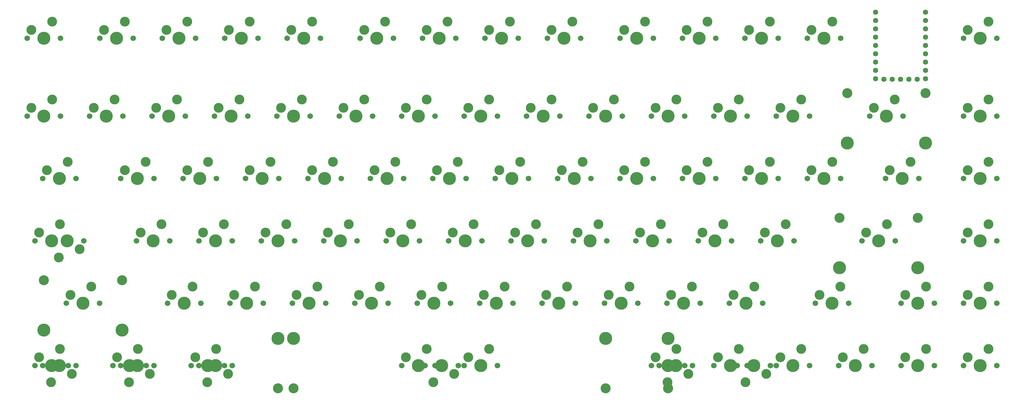
<source format=gbr>
%TF.GenerationSoftware,KiCad,Pcbnew,7.0.7*%
%TF.CreationDate,2023-10-07T20:29:56+07:00*%
%TF.ProjectId,physalis,70687973-616c-4697-932e-6b696361645f,rev?*%
%TF.SameCoordinates,Original*%
%TF.FileFunction,Soldermask,Top*%
%TF.FilePolarity,Negative*%
%FSLAX46Y46*%
G04 Gerber Fmt 4.6, Leading zero omitted, Abs format (unit mm)*
G04 Created by KiCad (PCBNEW 7.0.7) date 2023-10-07 20:29:56*
%MOMM*%
%LPD*%
G01*
G04 APERTURE LIST*
%ADD10C,3.000000*%
%ADD11C,3.987800*%
%ADD12C,1.701800*%
%ADD13C,3.048000*%
%ADD14C,1.600000*%
G04 APERTURE END LIST*
D10*
%TO.C,SW85*%
X253841250Y-135890000D03*
D11*
X250031250Y-133350000D03*
D12*
X244951250Y-133350000D03*
D10*
X247491250Y-138430000D03*
D12*
X255111250Y-133350000D03*
%TD*%
D10*
%TO.C,SW84*%
X230028750Y-135890000D03*
D11*
X226218750Y-133350000D03*
D12*
X221138750Y-133350000D03*
D10*
X223678750Y-138430000D03*
D12*
X231298750Y-133350000D03*
%TD*%
D10*
%TO.C,SW89*%
X162877500Y-130810000D03*
D11*
X166687500Y-133350000D03*
D12*
X171767500Y-133350000D03*
D10*
X169227500Y-128270000D03*
D12*
X161607500Y-133350000D03*
D13*
X109537500Y-140335000D03*
X223837500Y-140335000D03*
D11*
X109537500Y-125095000D03*
X223837500Y-125095000D03*
%TD*%
D10*
%TO.C,SW76*%
X158591250Y-135890000D03*
D11*
X154781250Y-133350000D03*
D12*
X149701250Y-133350000D03*
D10*
X152241250Y-138430000D03*
D12*
X159861250Y-133350000D03*
D13*
X204781250Y-140335000D03*
X104781250Y-140335000D03*
D11*
X204781250Y-125095000D03*
X104781250Y-125095000D03*
%TD*%
D10*
%TO.C,SW90*%
X143827500Y-130810000D03*
D11*
X147637500Y-133350000D03*
D12*
X152717500Y-133350000D03*
D10*
X150177500Y-128270000D03*
D12*
X142557500Y-133350000D03*
%TD*%
D13*
%TO.C,S1*%
X109537500Y-140335000D03*
D11*
X204787500Y-125095000D03*
D13*
X204787500Y-140335000D03*
D11*
X109537500Y-125095000D03*
%TD*%
D10*
%TO.C,SW88*%
X89535000Y-135890000D03*
D11*
X85725000Y-133350000D03*
D12*
X80645000Y-133350000D03*
D10*
X83185000Y-138430000D03*
D12*
X90805000Y-133350000D03*
%TD*%
D10*
%TO.C,SW87*%
X65722500Y-135890000D03*
D11*
X61912500Y-133350000D03*
D12*
X56832500Y-133350000D03*
D10*
X59372500Y-138430000D03*
D12*
X66992500Y-133350000D03*
%TD*%
D10*
%TO.C,SW86*%
X41910000Y-135890000D03*
D11*
X38100000Y-133350000D03*
D12*
X33020000Y-133350000D03*
D10*
X35560000Y-138430000D03*
D12*
X43180000Y-133350000D03*
%TD*%
D10*
%TO.C,SW83*%
X31908750Y-92710000D03*
D11*
X35718750Y-95250000D03*
D12*
X40798750Y-95250000D03*
D10*
X38258750Y-90170000D03*
D12*
X30638750Y-95250000D03*
%TD*%
%TO.C,SW30*%
X43180000Y-76200000D03*
D10*
X40640000Y-71120000D03*
D11*
X38100000Y-76200000D03*
D10*
X34290000Y-73660000D03*
D12*
X33020000Y-76200000D03*
%TD*%
%TO.C,SW82*%
X256857500Y-133350000D03*
D10*
X264477500Y-128270000D03*
D12*
X267017500Y-133350000D03*
D11*
X261937500Y-133350000D03*
D10*
X258127500Y-130810000D03*
%TD*%
D12*
%TO.C,SW78*%
X237807500Y-133350000D03*
D10*
X245427500Y-128270000D03*
D12*
X247967500Y-133350000D03*
D11*
X242887500Y-133350000D03*
D10*
X239077500Y-130810000D03*
%TD*%
D12*
%TO.C,SW77*%
X218757500Y-133350000D03*
D10*
X226377500Y-128270000D03*
D12*
X228917500Y-133350000D03*
D11*
X223837500Y-133350000D03*
D10*
X220027500Y-130810000D03*
%TD*%
D12*
%TO.C,SW18*%
X95567500Y-57150000D03*
D10*
X93027500Y-52070000D03*
D11*
X90487500Y-57150000D03*
D10*
X86677500Y-54610000D03*
D12*
X85407500Y-57150000D03*
%TD*%
%TO.C,SW20*%
X133667500Y-57150000D03*
D10*
X131127500Y-52070000D03*
D11*
X128587500Y-57150000D03*
D10*
X124777500Y-54610000D03*
D12*
X123507500Y-57150000D03*
%TD*%
%TO.C,SW5*%
X117792500Y-33337500D03*
D10*
X115252500Y-28257500D03*
D11*
X112712500Y-33337500D03*
D10*
X108902500Y-30797500D03*
D12*
X107632500Y-33337500D03*
%TD*%
%TO.C,SW39*%
X219392500Y-76200000D03*
D10*
X216852500Y-71120000D03*
D11*
X214312500Y-76200000D03*
D10*
X210502500Y-73660000D03*
D12*
X209232500Y-76200000D03*
%TD*%
%TO.C,SW56*%
X262255000Y-95250000D03*
D10*
X259715000Y-90170000D03*
D11*
X257175000Y-95250000D03*
D10*
X253365000Y-92710000D03*
D12*
X252095000Y-95250000D03*
%TD*%
%TO.C,SW9*%
X197167500Y-33337500D03*
D10*
X194627500Y-28257500D03*
D11*
X192087500Y-33337500D03*
D10*
X188277500Y-30797500D03*
D12*
X187007500Y-33337500D03*
%TD*%
%TO.C,SW73*%
X40798750Y-133350000D03*
D10*
X38258750Y-128270000D03*
D11*
X35718750Y-133350000D03*
D10*
X31908750Y-130810000D03*
D12*
X30638750Y-133350000D03*
%TD*%
%TO.C,SW52*%
X186055000Y-95250000D03*
D10*
X183515000Y-90170000D03*
D11*
X180975000Y-95250000D03*
D10*
X177165000Y-92710000D03*
D12*
X175895000Y-95250000D03*
%TD*%
%TO.C,SW42*%
X276542500Y-76200000D03*
D10*
X274002500Y-71120000D03*
D11*
X271462500Y-76200000D03*
D10*
X267652500Y-73660000D03*
D12*
X266382500Y-76200000D03*
%TD*%
%TO.C,SW48*%
X109855000Y-95250000D03*
D10*
X107315000Y-90170000D03*
D11*
X104775000Y-95250000D03*
D10*
X100965000Y-92710000D03*
D12*
X99695000Y-95250000D03*
%TD*%
%TO.C,SW81*%
X324167500Y-133350000D03*
D10*
X321627500Y-128270000D03*
D11*
X319087500Y-133350000D03*
D10*
X315277500Y-130810000D03*
D12*
X314007500Y-133350000D03*
%TD*%
%TO.C,SW37*%
X181292500Y-76200000D03*
D10*
X178752500Y-71120000D03*
D11*
X176212500Y-76200000D03*
D10*
X172402500Y-73660000D03*
D12*
X171132500Y-76200000D03*
%TD*%
%TO.C,SW6*%
X140017500Y-33337500D03*
D10*
X137477500Y-28257500D03*
D11*
X134937500Y-33337500D03*
D10*
X131127500Y-30797500D03*
D12*
X129857500Y-33337500D03*
%TD*%
%TO.C,SW3*%
X79692500Y-33337500D03*
D10*
X77152500Y-28257500D03*
D11*
X74612500Y-33337500D03*
D10*
X70802500Y-30797500D03*
D12*
X69532500Y-33337500D03*
%TD*%
%TO.C,SW45*%
X35401250Y-95250000D03*
D10*
X37941250Y-100330000D03*
D11*
X40481250Y-95250000D03*
D10*
X44291250Y-97790000D03*
D12*
X45561250Y-95250000D03*
%TD*%
%TO.C,SW80*%
X305117500Y-133350000D03*
D10*
X302577500Y-128270000D03*
D11*
X300037500Y-133350000D03*
D10*
X296227500Y-130810000D03*
D12*
X294957500Y-133350000D03*
%TD*%
D11*
%TO.C,SW28*%
X302450500Y-65405000D03*
D13*
X302450500Y-50165000D03*
D12*
X295592500Y-57150000D03*
D10*
X293052500Y-52070000D03*
D11*
X290512500Y-57150000D03*
D10*
X286702500Y-54610000D03*
D12*
X285432500Y-57150000D03*
D11*
X278574500Y-65405000D03*
D13*
X278574500Y-50165000D03*
%TD*%
D12*
%TO.C,SW69*%
X252730000Y-114300000D03*
D10*
X250190000Y-109220000D03*
D11*
X247650000Y-114300000D03*
D10*
X243840000Y-111760000D03*
D12*
X242570000Y-114300000D03*
%TD*%
%TO.C,SW71*%
X305117500Y-114300000D03*
D10*
X302577500Y-109220000D03*
D11*
X300037500Y-114300000D03*
D10*
X296227500Y-111760000D03*
D12*
X294957500Y-114300000D03*
%TD*%
%TO.C,SW58*%
X324167500Y-95250000D03*
D10*
X321627500Y-90170000D03*
D11*
X319087500Y-95250000D03*
D10*
X315277500Y-92710000D03*
D12*
X314007500Y-95250000D03*
%TD*%
%TO.C,SW74*%
X64611250Y-133350000D03*
D10*
X62071250Y-128270000D03*
D11*
X59531250Y-133350000D03*
D10*
X55721250Y-130810000D03*
D12*
X54451250Y-133350000D03*
%TD*%
%TO.C,SW13*%
X276542500Y-33337500D03*
D10*
X274002500Y-28257500D03*
D11*
X271462500Y-33337500D03*
D10*
X267652500Y-30797500D03*
D12*
X266382500Y-33337500D03*
%TD*%
%TO.C,SW25*%
X228917500Y-57150000D03*
D10*
X226377500Y-52070000D03*
D11*
X223837500Y-57150000D03*
D10*
X220027500Y-54610000D03*
D12*
X218757500Y-57150000D03*
%TD*%
D14*
%TO.C,RZ1*%
X302418750Y-25400000D03*
X302418750Y-27940000D03*
X302418750Y-30480000D03*
X302418750Y-33020000D03*
X302418750Y-35560000D03*
X302418750Y-38100000D03*
X302418750Y-40640000D03*
X302418750Y-43180000D03*
X302418750Y-45720000D03*
X299878750Y-45930000D03*
X297338750Y-45930000D03*
X294798750Y-45930000D03*
X292258750Y-45930000D03*
X289718750Y-45930000D03*
X287178750Y-45720000D03*
X287178750Y-43180000D03*
X287178750Y-40640000D03*
X287178750Y-38100000D03*
X287178750Y-35560000D03*
X287178750Y-33020000D03*
X287178750Y-30480000D03*
X287178750Y-25400000D03*
X287178750Y-27940000D03*
%TD*%
D12*
%TO.C,SW54*%
X224155000Y-95250000D03*
D10*
X221615000Y-90170000D03*
D11*
X219075000Y-95250000D03*
D10*
X215265000Y-92710000D03*
D12*
X213995000Y-95250000D03*
%TD*%
%TO.C,SW17*%
X76517500Y-57150000D03*
D10*
X73977500Y-52070000D03*
D11*
X71437500Y-57150000D03*
D10*
X67627500Y-54610000D03*
D12*
X66357500Y-57150000D03*
%TD*%
%TO.C,SW68*%
X233680000Y-114300000D03*
D10*
X231140000Y-109220000D03*
D11*
X228600000Y-114300000D03*
D10*
X224790000Y-111760000D03*
D12*
X223520000Y-114300000D03*
%TD*%
D11*
%TO.C,SW57*%
X300069250Y-103505000D03*
D13*
X300069250Y-88265000D03*
D12*
X293211250Y-95250000D03*
D10*
X290671250Y-90170000D03*
D11*
X288131250Y-95250000D03*
D10*
X284321250Y-92710000D03*
D12*
X283051250Y-95250000D03*
D11*
X276193250Y-103505000D03*
D13*
X276193250Y-88265000D03*
%TD*%
D12*
%TO.C,SW62*%
X119380000Y-114300000D03*
D10*
X116840000Y-109220000D03*
D11*
X114300000Y-114300000D03*
D10*
X110490000Y-111760000D03*
D12*
X109220000Y-114300000D03*
%TD*%
%TO.C,SW24*%
X209867500Y-57150000D03*
D10*
X207327500Y-52070000D03*
D11*
X204787500Y-57150000D03*
D10*
X200977500Y-54610000D03*
D12*
X199707500Y-57150000D03*
%TD*%
%TO.C,SW61*%
X100330000Y-114300000D03*
D10*
X97790000Y-109220000D03*
D11*
X95250000Y-114300000D03*
D10*
X91440000Y-111760000D03*
D12*
X90170000Y-114300000D03*
%TD*%
%TO.C,SW41*%
X257492500Y-76200000D03*
D10*
X254952500Y-71120000D03*
D11*
X252412500Y-76200000D03*
D10*
X248602500Y-73660000D03*
D12*
X247332500Y-76200000D03*
%TD*%
%TO.C,SW4*%
X98742500Y-33337500D03*
D10*
X96202500Y-28257500D03*
D11*
X93662500Y-33337500D03*
D10*
X89852500Y-30797500D03*
D12*
X88582500Y-33337500D03*
%TD*%
%TO.C,SW32*%
X86042500Y-76200000D03*
D10*
X83502500Y-71120000D03*
D11*
X80962500Y-76200000D03*
D10*
X77152500Y-73660000D03*
D12*
X75882500Y-76200000D03*
%TD*%
%TO.C,SW2*%
X60642500Y-33337500D03*
D10*
X58102500Y-28257500D03*
D11*
X55562500Y-33337500D03*
D10*
X51752500Y-30797500D03*
D12*
X50482500Y-33337500D03*
%TD*%
%TO.C,SW11*%
X238442500Y-33337500D03*
D10*
X235902500Y-28257500D03*
D11*
X233362500Y-33337500D03*
D10*
X229552500Y-30797500D03*
D12*
X228282500Y-33337500D03*
%TD*%
%TO.C,SW60*%
X81280000Y-114300000D03*
D10*
X78740000Y-109220000D03*
D11*
X76200000Y-114300000D03*
D10*
X72390000Y-111760000D03*
D12*
X71120000Y-114300000D03*
%TD*%
%TO.C,SW63*%
X138430000Y-114300000D03*
D10*
X135890000Y-109220000D03*
D11*
X133350000Y-114300000D03*
D10*
X129540000Y-111760000D03*
D12*
X128270000Y-114300000D03*
%TD*%
%TO.C,SW49*%
X128905000Y-95250000D03*
D10*
X126365000Y-90170000D03*
D11*
X123825000Y-95250000D03*
D10*
X120015000Y-92710000D03*
D12*
X118745000Y-95250000D03*
%TD*%
%TO.C,SW19*%
X114617500Y-57150000D03*
D10*
X112077500Y-52070000D03*
D11*
X109537500Y-57150000D03*
D10*
X105727500Y-54610000D03*
D12*
X104457500Y-57150000D03*
%TD*%
%TO.C,SW40*%
X238442500Y-76200000D03*
D10*
X235902500Y-71120000D03*
D11*
X233362500Y-76200000D03*
D10*
X229552500Y-73660000D03*
D12*
X228282500Y-76200000D03*
%TD*%
%TO.C,SW12*%
X257492500Y-33337500D03*
D10*
X254952500Y-28257500D03*
D11*
X252412500Y-33337500D03*
D10*
X248602500Y-30797500D03*
D12*
X247332500Y-33337500D03*
%TD*%
%TO.C,SW66*%
X195580000Y-114300000D03*
D10*
X193040000Y-109220000D03*
D11*
X190500000Y-114300000D03*
D10*
X186690000Y-111760000D03*
D12*
X185420000Y-114300000D03*
%TD*%
%TO.C,SW27*%
X267017500Y-57150000D03*
D10*
X264477500Y-52070000D03*
D11*
X261937500Y-57150000D03*
D10*
X258127500Y-54610000D03*
D12*
X256857500Y-57150000D03*
%TD*%
%TO.C,SW67*%
X214630000Y-114300000D03*
D10*
X212090000Y-109220000D03*
D11*
X209550000Y-114300000D03*
D10*
X205740000Y-111760000D03*
D12*
X204470000Y-114300000D03*
%TD*%
%TO.C,SW23*%
X190817500Y-57150000D03*
D10*
X188277500Y-52070000D03*
D11*
X185737500Y-57150000D03*
D10*
X181927500Y-54610000D03*
D12*
X180657500Y-57150000D03*
%TD*%
%TO.C,SW15*%
X38417500Y-57150000D03*
D10*
X35877500Y-52070000D03*
D11*
X33337500Y-57150000D03*
D10*
X29527500Y-54610000D03*
D12*
X28257500Y-57150000D03*
%TD*%
%TO.C,SW16*%
X57467500Y-57150000D03*
D10*
X54927500Y-52070000D03*
D11*
X52387500Y-57150000D03*
D10*
X48577500Y-54610000D03*
D12*
X47307500Y-57150000D03*
%TD*%
%TO.C,SW65*%
X176530000Y-114300000D03*
D10*
X173990000Y-109220000D03*
D11*
X171450000Y-114300000D03*
D10*
X167640000Y-111760000D03*
D12*
X166370000Y-114300000D03*
%TD*%
%TO.C,SW70*%
X278923750Y-114300000D03*
D10*
X276383750Y-109220000D03*
D11*
X273843750Y-114300000D03*
D10*
X270033750Y-111760000D03*
D12*
X268763750Y-114300000D03*
%TD*%
%TO.C,SW29*%
X324167500Y-57150000D03*
D10*
X321627500Y-52070000D03*
D11*
X319087500Y-57150000D03*
D10*
X315277500Y-54610000D03*
D12*
X314007500Y-57150000D03*
%TD*%
%TO.C,SW44*%
X324167500Y-76200000D03*
D10*
X321627500Y-71120000D03*
D11*
X319087500Y-76200000D03*
D10*
X315277500Y-73660000D03*
D12*
X314007500Y-76200000D03*
%TD*%
%TO.C,SW14*%
X324167500Y-33337500D03*
D10*
X321627500Y-28257500D03*
D11*
X319087500Y-33337500D03*
D10*
X315277500Y-30797500D03*
D12*
X314007500Y-33337500D03*
%TD*%
%TO.C,SW75*%
X88423750Y-133350000D03*
D10*
X85883750Y-128270000D03*
D11*
X83343750Y-133350000D03*
D10*
X79533750Y-130810000D03*
D12*
X78263750Y-133350000D03*
%TD*%
%TO.C,SW31*%
X66992500Y-76200000D03*
D10*
X64452500Y-71120000D03*
D11*
X61912500Y-76200000D03*
D10*
X58102500Y-73660000D03*
D12*
X56832500Y-76200000D03*
%TD*%
%TO.C,SW7*%
X159067500Y-33337500D03*
D10*
X156527500Y-28257500D03*
D11*
X153987500Y-33337500D03*
D10*
X150177500Y-30797500D03*
D12*
X148907500Y-33337500D03*
%TD*%
%TO.C,SW1*%
X38417500Y-33337500D03*
D10*
X35877500Y-28257500D03*
D11*
X33337500Y-33337500D03*
D10*
X29527500Y-30797500D03*
D12*
X28257500Y-33337500D03*
%TD*%
%TO.C,SW50*%
X147955000Y-95250000D03*
D10*
X145415000Y-90170000D03*
D11*
X142875000Y-95250000D03*
D10*
X139065000Y-92710000D03*
D12*
X137795000Y-95250000D03*
%TD*%
%TO.C,SW51*%
X167005000Y-95250000D03*
D10*
X164465000Y-90170000D03*
D11*
X161925000Y-95250000D03*
D10*
X158115000Y-92710000D03*
D12*
X156845000Y-95250000D03*
%TD*%
%TO.C,SW36*%
X162242500Y-76200000D03*
D10*
X159702500Y-71120000D03*
D11*
X157162500Y-76200000D03*
D10*
X153352500Y-73660000D03*
D12*
X152082500Y-76200000D03*
%TD*%
%TO.C,SW21*%
X152717500Y-57150000D03*
D10*
X150177500Y-52070000D03*
D11*
X147637500Y-57150000D03*
D10*
X143827500Y-54610000D03*
D12*
X142557500Y-57150000D03*
%TD*%
%TO.C,SW72*%
X324167500Y-114300000D03*
D10*
X321627500Y-109220000D03*
D11*
X319087500Y-114300000D03*
D10*
X315277500Y-111760000D03*
D12*
X314007500Y-114300000D03*
%TD*%
%TO.C,SW26*%
X247967500Y-57150000D03*
D10*
X245427500Y-52070000D03*
D11*
X242887500Y-57150000D03*
D10*
X239077500Y-54610000D03*
D12*
X237807500Y-57150000D03*
%TD*%
D11*
%TO.C,SW59*%
X57181750Y-122555000D03*
D13*
X57181750Y-107315000D03*
D12*
X50323750Y-114300000D03*
D10*
X47783750Y-109220000D03*
D11*
X45243750Y-114300000D03*
D10*
X41433750Y-111760000D03*
D12*
X40163750Y-114300000D03*
D11*
X33305750Y-122555000D03*
D13*
X33305750Y-107315000D03*
%TD*%
D12*
%TO.C,SW33*%
X105092500Y-76200000D03*
D10*
X102552500Y-71120000D03*
D11*
X100012500Y-76200000D03*
D10*
X96202500Y-73660000D03*
D12*
X94932500Y-76200000D03*
%TD*%
%TO.C,SW46*%
X71755000Y-95250000D03*
D10*
X69215000Y-90170000D03*
D11*
X66675000Y-95250000D03*
D10*
X62865000Y-92710000D03*
D12*
X61595000Y-95250000D03*
%TD*%
%TO.C,SW79*%
X286067500Y-133350000D03*
D10*
X283527500Y-128270000D03*
D11*
X280987500Y-133350000D03*
D10*
X277177500Y-130810000D03*
D12*
X275907500Y-133350000D03*
%TD*%
%TO.C,SW10*%
X219392500Y-33337500D03*
D10*
X216852500Y-28257500D03*
D11*
X214312500Y-33337500D03*
D10*
X210502500Y-30797500D03*
D12*
X209232500Y-33337500D03*
%TD*%
%TO.C,SW34*%
X124142500Y-76200000D03*
D10*
X121602500Y-71120000D03*
D11*
X119062500Y-76200000D03*
D10*
X115252500Y-73660000D03*
D12*
X113982500Y-76200000D03*
%TD*%
%TO.C,SW64*%
X157480000Y-114300000D03*
D10*
X154940000Y-109220000D03*
D11*
X152400000Y-114300000D03*
D10*
X148590000Y-111760000D03*
D12*
X147320000Y-114300000D03*
%TD*%
%TO.C,SW43*%
X300355000Y-76200000D03*
D10*
X297815000Y-71120000D03*
D11*
X295275000Y-76200000D03*
D10*
X291465000Y-73660000D03*
D12*
X290195000Y-76200000D03*
%TD*%
%TO.C,SW8*%
X178117500Y-33337500D03*
D10*
X175577500Y-28257500D03*
D11*
X173037500Y-33337500D03*
D10*
X169227500Y-30797500D03*
D12*
X167957500Y-33337500D03*
%TD*%
%TO.C,SW55*%
X243205000Y-95250000D03*
D10*
X240665000Y-90170000D03*
D11*
X238125000Y-95250000D03*
D10*
X234315000Y-92710000D03*
D12*
X233045000Y-95250000D03*
%TD*%
%TO.C,SW47*%
X90805000Y-95250000D03*
D10*
X88265000Y-90170000D03*
D11*
X85725000Y-95250000D03*
D10*
X81915000Y-92710000D03*
D12*
X80645000Y-95250000D03*
%TD*%
%TO.C,SW22*%
X171767500Y-57150000D03*
D10*
X169227500Y-52070000D03*
D11*
X166687500Y-57150000D03*
D10*
X162877500Y-54610000D03*
D12*
X161607500Y-57150000D03*
%TD*%
%TO.C,SW38*%
X200342500Y-76200000D03*
D10*
X197802500Y-71120000D03*
D11*
X195262500Y-76200000D03*
D10*
X191452500Y-73660000D03*
D12*
X190182500Y-76200000D03*
%TD*%
%TO.C,SW35*%
X143192500Y-76200000D03*
D10*
X140652500Y-71120000D03*
D11*
X138112500Y-76200000D03*
D10*
X134302500Y-73660000D03*
D12*
X133032500Y-76200000D03*
%TD*%
%TO.C,SW53*%
X205105000Y-95250000D03*
D10*
X202565000Y-90170000D03*
D11*
X200025000Y-95250000D03*
D10*
X196215000Y-92710000D03*
D12*
X194945000Y-95250000D03*
%TD*%
M02*

</source>
